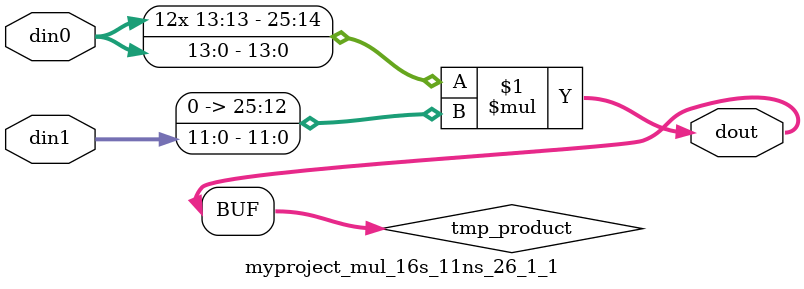
<source format=v>

`timescale 1 ns / 1 ps

  module myproject_mul_16s_11ns_26_1_1(din0, din1, dout);
parameter ID = 1;
parameter NUM_STAGE = 0;
parameter din0_WIDTH = 14;
parameter din1_WIDTH = 12;
parameter dout_WIDTH = 26;

input [din0_WIDTH - 1 : 0] din0; 
input [din1_WIDTH - 1 : 0] din1; 
output [dout_WIDTH - 1 : 0] dout;

wire signed [dout_WIDTH - 1 : 0] tmp_product;












assign tmp_product = $signed(din0) * $signed({1'b0, din1});









assign dout = tmp_product;







endmodule

</source>
